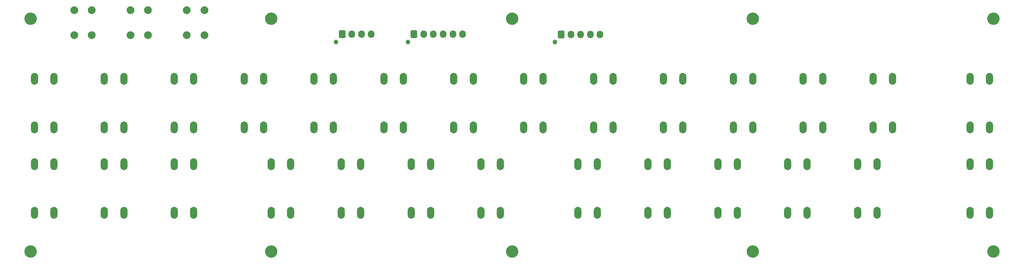
<source format=gbr>
%TF.GenerationSoftware,KiCad,Pcbnew,(6.0.8)*%
%TF.CreationDate,2022-12-29T19:13:17+02:00*%
%TF.ProjectId,mahjong_control_panel_with_service,6d61686a-6f6e-4675-9f63-6f6e74726f6c,rev?*%
%TF.SameCoordinates,Original*%
%TF.FileFunction,Soldermask,Bot*%
%TF.FilePolarity,Negative*%
%FSLAX46Y46*%
G04 Gerber Fmt 4.6, Leading zero omitted, Abs format (unit mm)*
G04 Created by KiCad (PCBNEW (6.0.8)) date 2022-12-29 19:13:17*
%MOMM*%
%LPD*%
G01*
G04 APERTURE LIST*
G04 Aperture macros list*
%AMRoundRect*
0 Rectangle with rounded corners*
0 $1 Rounding radius*
0 $2 $3 $4 $5 $6 $7 $8 $9 X,Y pos of 4 corners*
0 Add a 4 corners polygon primitive as box body*
4,1,4,$2,$3,$4,$5,$6,$7,$8,$9,$2,$3,0*
0 Add four circle primitives for the rounded corners*
1,1,$1+$1,$2,$3*
1,1,$1+$1,$4,$5*
1,1,$1+$1,$6,$7*
1,1,$1+$1,$8,$9*
0 Add four rect primitives between the rounded corners*
20,1,$1+$1,$2,$3,$4,$5,0*
20,1,$1+$1,$4,$5,$6,$7,0*
20,1,$1+$1,$6,$7,$8,$9,0*
20,1,$1+$1,$8,$9,$2,$3,0*%
G04 Aperture macros list end*
%ADD10O,1.850000X3.048000*%
%ADD11C,3.200000*%
%ADD12C,2.000000*%
%ADD13C,1.200000*%
%ADD14RoundRect,0.250000X-0.600000X-0.725000X0.600000X-0.725000X0.600000X0.725000X-0.600000X0.725000X0*%
%ADD15O,1.700000X1.950000*%
G04 APERTURE END LIST*
D10*
%TO.C,H*%
X153000000Y-42500000D03*
X153000000Y-55000000D03*
X158000000Y-55000000D03*
X158000000Y-42500000D03*
%TD*%
D11*
%TO.C,REF\u002A\u002A*%
X26000000Y-87000000D03*
%TD*%
%TO.C,REF\u002A\u002A*%
X150000000Y-27000000D03*
%TD*%
D10*
%TO.C,C*%
X63000000Y-55000000D03*
X63000000Y-42500000D03*
X68000000Y-42500000D03*
X68000000Y-55000000D03*
%TD*%
%TO.C,I*%
X171000000Y-55000000D03*
X171000000Y-42500000D03*
X176000000Y-55000000D03*
X176000000Y-42500000D03*
%TD*%
%TO.C,RIICHI*%
X239000000Y-77000000D03*
X239000000Y-64500000D03*
X244000000Y-77000000D03*
X244000000Y-64500000D03*
%TD*%
%TO.C,RON*%
X268000000Y-64500000D03*
X268000000Y-77000000D03*
X273000000Y-77000000D03*
X273000000Y-64500000D03*
%TD*%
%TO.C,KAN*%
X185000000Y-77000000D03*
X185000000Y-64500000D03*
X190000000Y-64500000D03*
X190000000Y-77000000D03*
%TD*%
D11*
%TO.C,REF\u002A\u002A*%
X274000000Y-27000000D03*
%TD*%
%TO.C,REF\u002A\u002A*%
X88000000Y-87000000D03*
%TD*%
D10*
%TO.C,LAST*%
X167000000Y-64500000D03*
X167000000Y-77000000D03*
X172000000Y-64500000D03*
X172000000Y-77000000D03*
%TD*%
%TO.C,D*%
X81000000Y-55000000D03*
X81000000Y-42500000D03*
X86000000Y-55000000D03*
X86000000Y-42500000D03*
%TD*%
D12*
%TO.C,TEST*%
X51750000Y-31250000D03*
X51750000Y-24750000D03*
X56250000Y-24750000D03*
X56250000Y-31250000D03*
%TD*%
D10*
%TO.C,K*%
X207000000Y-55000000D03*
X207000000Y-42500000D03*
X212000000Y-55000000D03*
X212000000Y-42500000D03*
%TD*%
%TO.C,PON*%
X203000000Y-77000000D03*
X203000000Y-64500000D03*
X208000000Y-77000000D03*
X208000000Y-64500000D03*
%TD*%
%TO.C,BIG*%
X124000000Y-64500000D03*
X124000000Y-77000000D03*
X129000000Y-77000000D03*
X129000000Y-64500000D03*
%TD*%
%TO.C,N*%
X268000000Y-42500000D03*
X268000000Y-55000000D03*
X273000000Y-42500000D03*
X273000000Y-55000000D03*
%TD*%
%TO.C,F*%
X117000000Y-42500000D03*
X117000000Y-55000000D03*
X122000000Y-55000000D03*
X122000000Y-42500000D03*
%TD*%
%TO.C,TAKE*%
X88000000Y-64500000D03*
X88000000Y-77000000D03*
X93000000Y-77000000D03*
X93000000Y-64500000D03*
%TD*%
D13*
%TO.C,SERVICE*%
X104650000Y-32975000D03*
D14*
X106250000Y-30975000D03*
D15*
X108750000Y-30975000D03*
X111250000Y-30975000D03*
X113750000Y-30975000D03*
%TD*%
D10*
%TO.C,G*%
X135000000Y-42500000D03*
X135000000Y-55000000D03*
X140000000Y-55000000D03*
X140000000Y-42500000D03*
%TD*%
D11*
%TO.C,REF\u002A\u002A*%
X88000000Y-27000000D03*
%TD*%
D10*
%TO.C,BET*%
X63000000Y-64500000D03*
X63000000Y-77000000D03*
X68000000Y-64500000D03*
X68000000Y-77000000D03*
%TD*%
D11*
%TO.C,REF\u002A\u002A*%
X212000000Y-27000000D03*
%TD*%
%TO.C,REF\u002A\u002A*%
X274000000Y-87000000D03*
%TD*%
D13*
%TO.C,KEY*%
X123150000Y-32975000D03*
D14*
X124750000Y-30975000D03*
D15*
X127250000Y-30975000D03*
X129750000Y-30975000D03*
X132250000Y-30975000D03*
X134750000Y-30975000D03*
X137250000Y-30975000D03*
%TD*%
D10*
%TO.C,F.F.*%
X27000000Y-64500000D03*
X27000000Y-77000000D03*
X32000000Y-64500000D03*
X32000000Y-77000000D03*
%TD*%
D11*
%TO.C,REF\u002A\u002A*%
X150000000Y-87000000D03*
%TD*%
D10*
%TO.C,WUP*%
X106000000Y-77000000D03*
X106000000Y-64500000D03*
X111000000Y-77000000D03*
X111000000Y-64500000D03*
%TD*%
%TO.C,START*%
X45000000Y-77000000D03*
X45000000Y-64500000D03*
X50000000Y-64500000D03*
X50000000Y-77000000D03*
%TD*%
%TO.C,M*%
X243000000Y-55000000D03*
X243000000Y-42500000D03*
X248000000Y-42500000D03*
X248000000Y-55000000D03*
%TD*%
D11*
%TO.C,REF\u002A\u002A*%
X26000000Y-27000000D03*
%TD*%
D12*
%TO.C,COIN*%
X37250000Y-31250000D03*
X37250000Y-24750000D03*
X41750000Y-24750000D03*
X41750000Y-31250000D03*
%TD*%
D10*
%TO.C,L*%
X225000000Y-42500000D03*
X225000000Y-55000000D03*
X230000000Y-42500000D03*
X230000000Y-55000000D03*
%TD*%
%TO.C,CHI*%
X221000000Y-77000000D03*
X221000000Y-64500000D03*
X226000000Y-64500000D03*
X226000000Y-77000000D03*
%TD*%
D12*
%TO.C,SERVICE*%
X66250000Y-31250000D03*
X66250000Y-24750000D03*
X70750000Y-24750000D03*
X70750000Y-31250000D03*
%TD*%
D10*
%TO.C,B*%
X45000000Y-42500000D03*
X45000000Y-55000000D03*
X50000000Y-42500000D03*
X50000000Y-55000000D03*
%TD*%
%TO.C,A*%
X27000000Y-55000000D03*
X27000000Y-42500000D03*
X32000000Y-55000000D03*
X32000000Y-42500000D03*
%TD*%
D13*
%TO.C,COM*%
X161050000Y-33000000D03*
D14*
X162650000Y-31000000D03*
D15*
X165150000Y-31000000D03*
X167650000Y-31000000D03*
X170150000Y-31000000D03*
X172650000Y-31000000D03*
%TD*%
D10*
%TO.C,E*%
X99000000Y-55000000D03*
X99000000Y-42500000D03*
X104000000Y-55000000D03*
X104000000Y-42500000D03*
%TD*%
%TO.C,SMALL*%
X142000000Y-64500000D03*
X142000000Y-77000000D03*
X147000000Y-64500000D03*
X147000000Y-77000000D03*
%TD*%
D11*
%TO.C,REF\u002A\u002A*%
X212000000Y-87000000D03*
%TD*%
D10*
%TO.C,J*%
X189000000Y-42500000D03*
X189000000Y-55000000D03*
X194000000Y-42500000D03*
X194000000Y-55000000D03*
%TD*%
M02*

</source>
